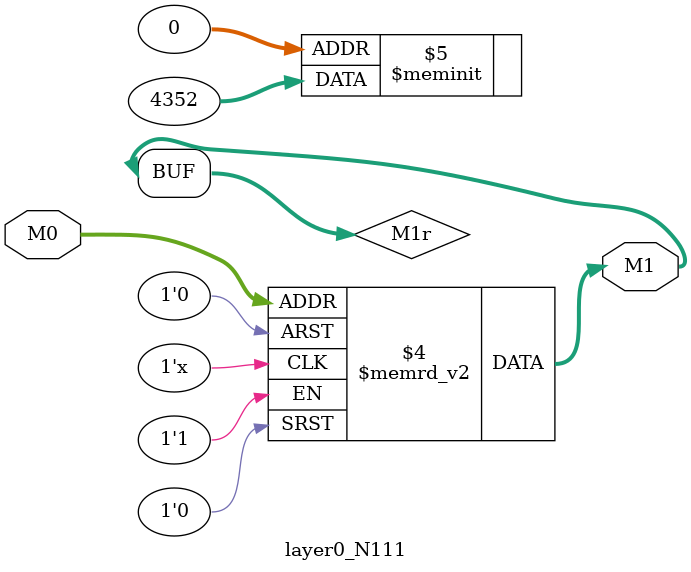
<source format=v>
module layer0_N111 ( input [3:0] M0, output [1:0] M1 );

	(*rom_style = "distributed" *) reg [1:0] M1r;
	assign M1 = M1r;
	always @ (M0) begin
		case (M0)
			4'b0000: M1r = 2'b00;
			4'b1000: M1r = 2'b00;
			4'b0100: M1r = 2'b01;
			4'b1100: M1r = 2'b00;
			4'b0010: M1r = 2'b00;
			4'b1010: M1r = 2'b00;
			4'b0110: M1r = 2'b01;
			4'b1110: M1r = 2'b00;
			4'b0001: M1r = 2'b00;
			4'b1001: M1r = 2'b00;
			4'b0101: M1r = 2'b00;
			4'b1101: M1r = 2'b00;
			4'b0011: M1r = 2'b00;
			4'b1011: M1r = 2'b00;
			4'b0111: M1r = 2'b00;
			4'b1111: M1r = 2'b00;

		endcase
	end
endmodule

</source>
